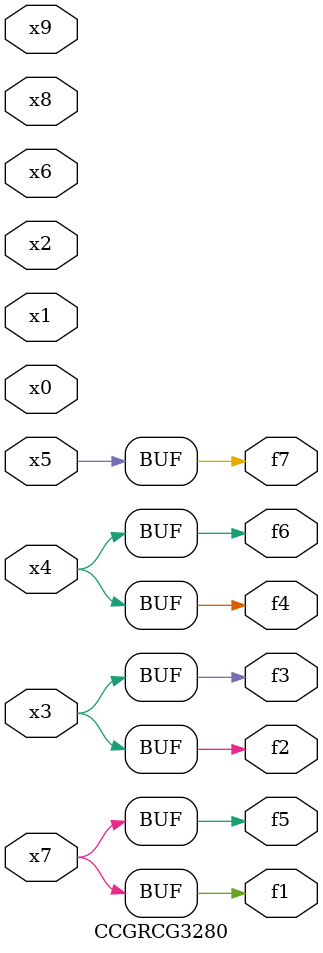
<source format=v>
module CCGRCG3280(
	input x0, x1, x2, x3, x4, x5, x6, x7, x8, x9,
	output f1, f2, f3, f4, f5, f6, f7
);
	assign f1 = x7;
	assign f2 = x3;
	assign f3 = x3;
	assign f4 = x4;
	assign f5 = x7;
	assign f6 = x4;
	assign f7 = x5;
endmodule

</source>
